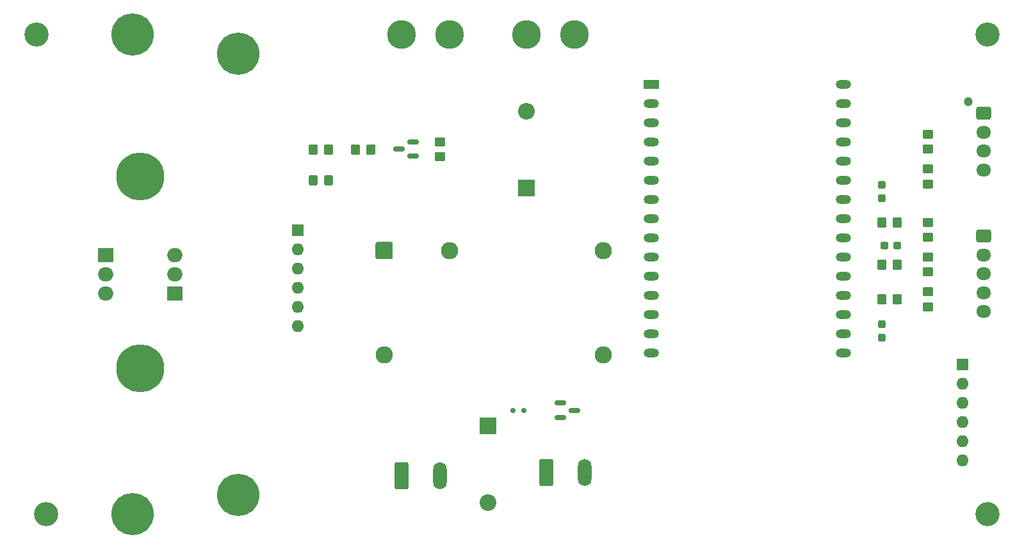
<source format=gbr>
%TF.GenerationSoftware,KiCad,Pcbnew,8.0.8+1*%
%TF.CreationDate,2025-02-28T13:08:23+11:00*%
%TF.ProjectId,mcharger_if,6d636861-7267-4657-925f-69662e6b6963,rev?*%
%TF.SameCoordinates,Original*%
%TF.FileFunction,Soldermask,Top*%
%TF.FilePolarity,Negative*%
%FSLAX46Y46*%
G04 Gerber Fmt 4.6, Leading zero omitted, Abs format (unit mm)*
G04 Created by KiCad (PCBNEW 8.0.8+1) date 2025-02-28 13:08:23*
%MOMM*%
%LPD*%
G01*
G04 APERTURE LIST*
G04 Aperture macros list*
%AMRoundRect*
0 Rectangle with rounded corners*
0 $1 Rounding radius*
0 $2 $3 $4 $5 $6 $7 $8 $9 X,Y pos of 4 corners*
0 Add a 4 corners polygon primitive as box body*
4,1,4,$2,$3,$4,$5,$6,$7,$8,$9,$2,$3,0*
0 Add four circle primitives for the rounded corners*
1,1,$1+$1,$2,$3*
1,1,$1+$1,$4,$5*
1,1,$1+$1,$6,$7*
1,1,$1+$1,$8,$9*
0 Add four rect primitives between the rounded corners*
20,1,$1+$1,$2,$3,$4,$5,0*
20,1,$1+$1,$4,$5,$6,$7,0*
20,1,$1+$1,$6,$7,$8,$9,0*
20,1,$1+$1,$8,$9,$2,$3,0*%
G04 Aperture macros list end*
%ADD10C,3.600000*%
%ADD11C,5.600000*%
%ADD12RoundRect,0.250000X0.350000X0.450000X-0.350000X0.450000X-0.350000X-0.450000X0.350000X-0.450000X0*%
%ADD13R,1.600000X1.600000*%
%ADD14O,1.600000X1.600000*%
%ADD15C,2.600000*%
%ADD16C,3.800000*%
%ADD17RoundRect,0.150000X0.150000X0.200000X-0.150000X0.200000X-0.150000X-0.200000X0.150000X-0.200000X0*%
%ADD18RoundRect,0.250000X-0.450000X0.350000X-0.450000X-0.350000X0.450000X-0.350000X0.450000X0.350000X0*%
%ADD19RoundRect,0.237500X0.237500X-0.300000X0.237500X0.300000X-0.237500X0.300000X-0.237500X-0.300000X0*%
%ADD20RoundRect,0.250000X-0.350000X-0.450000X0.350000X-0.450000X0.350000X0.450000X-0.350000X0.450000X0*%
%ADD21C,3.200000*%
%ADD22RoundRect,0.237500X-0.237500X0.300000X-0.237500X-0.300000X0.237500X-0.300000X0.237500X0.300000X0*%
%ADD23RoundRect,0.250000X0.450000X-0.350000X0.450000X0.350000X-0.450000X0.350000X-0.450000X-0.350000X0*%
%ADD24RoundRect,0.237500X-0.300000X-0.237500X0.300000X-0.237500X0.300000X0.237500X-0.300000X0.237500X0*%
%ADD25R,2.000000X1.905000*%
%ADD26O,2.000000X1.905000*%
%ADD27R,2.200000X2.200000*%
%ADD28O,2.200000X2.200000*%
%ADD29RoundRect,0.250000X-0.893000X0.893000X-0.893000X-0.893000X0.893000X-0.893000X0.893000X0.893000X0*%
%ADD30C,2.286000*%
%ADD31RoundRect,0.250000X-0.650000X-1.550000X0.650000X-1.550000X0.650000X1.550000X-0.650000X1.550000X0*%
%ADD32O,1.800000X3.600000*%
%ADD33RoundRect,0.250000X-0.725000X0.600000X-0.725000X-0.600000X0.725000X-0.600000X0.725000X0.600000X0*%
%ADD34O,1.950000X1.700000*%
%ADD35R,2.000000X1.200000*%
%ADD36O,2.000000X1.200000*%
%ADD37RoundRect,0.150000X-0.587500X-0.150000X0.587500X-0.150000X0.587500X0.150000X-0.587500X0.150000X0*%
%ADD38C,1.200000*%
%ADD39RoundRect,0.250000X-0.325000X-0.450000X0.325000X-0.450000X0.325000X0.450000X-0.325000X0.450000X0*%
%ADD40C,6.350000*%
%ADD41RoundRect,0.150000X0.587500X0.150000X-0.587500X0.150000X-0.587500X-0.150000X0.587500X-0.150000X0*%
G04 APERTURE END LIST*
D10*
%TO.C,VOUT+48V1*%
X64770000Y-124460000D03*
D11*
X64770000Y-124460000D03*
%TD*%
D12*
%TO.C,R2*%
X82280000Y-78740000D03*
X80280000Y-78740000D03*
%TD*%
D13*
%TO.C,U5*%
X72644000Y-89408000D03*
D14*
X72644000Y-91948000D03*
X72644000Y-94488000D03*
X72644000Y-97028000D03*
X72644000Y-99568000D03*
X72644000Y-102108000D03*
%TD*%
D15*
%TO.C,SMPS_VOUT_V12VP1*%
X102870000Y-63500000D03*
D16*
X102870000Y-63500000D03*
%TD*%
D17*
%TO.C,D4*%
X101092000Y-113284000D03*
X102492000Y-113284000D03*
%TD*%
D18*
%TO.C,R3*%
X91440000Y-77740000D03*
X91440000Y-79740000D03*
%TD*%
D19*
%TO.C,C1*%
X149860000Y-85190500D03*
X149860000Y-83465500D03*
%TD*%
D20*
%TO.C,R8*%
X149860000Y-88392000D03*
X151860000Y-88392000D03*
%TD*%
D21*
%TO.C,H3*%
X163830000Y-63500000D03*
%TD*%
D22*
%TO.C,C3*%
X149860000Y-101907000D03*
X149860000Y-103632000D03*
%TD*%
D18*
%TO.C,R6*%
X155956000Y-92964000D03*
X155956000Y-94964000D03*
%TD*%
D23*
%TO.C,R7*%
X155956000Y-90408000D03*
X155956000Y-88408000D03*
%TD*%
D21*
%TO.C,H4*%
X163830000Y-127000000D03*
%TD*%
D24*
%TO.C,C2*%
X150167000Y-91440000D03*
X151892000Y-91440000D03*
%TD*%
D23*
%TO.C,R10*%
X155956000Y-99568000D03*
X155956000Y-97568000D03*
%TD*%
D25*
%TO.C,Q1*%
X56388000Y-97790000D03*
D26*
X56388000Y-95250000D03*
X56388000Y-92710000D03*
%TD*%
D27*
%TO.C,D2*%
X102870000Y-83820000D03*
D28*
X102870000Y-73660000D03*
%TD*%
D10*
%TO.C,VIN-48V1*%
X50800000Y-63500000D03*
D11*
X50800000Y-63500000D03*
%TD*%
D29*
%TO.C,U1*%
X84052000Y-92160000D03*
D30*
X84052000Y-105960000D03*
X113052000Y-105960000D03*
X113052000Y-92160000D03*
X92710000Y-92176600D03*
%TD*%
D25*
%TO.C,Q2*%
X47244000Y-92710000D03*
D26*
X47244000Y-95250000D03*
X47244000Y-97790000D03*
%TD*%
D20*
%TO.C,R11*%
X149860000Y-98552000D03*
X151860000Y-98552000D03*
%TD*%
D31*
%TO.C,J1*%
X86360000Y-121920000D03*
D32*
X91440000Y-121920000D03*
%TD*%
D18*
%TO.C,R4*%
X155956000Y-76708000D03*
X155956000Y-78708000D03*
%TD*%
D15*
%TO.C,SMPS_VINN1*%
X92710000Y-63500000D03*
D16*
X92710000Y-63500000D03*
%TD*%
D13*
%TO.C,U3*%
X160528000Y-107188000D03*
D14*
X160528000Y-109728000D03*
X160528000Y-112268000D03*
X160528000Y-114808000D03*
X160528000Y-117348000D03*
X160528000Y-119888000D03*
%TD*%
D20*
%TO.C,R9*%
X149860000Y-93980000D03*
X151860000Y-93980000D03*
%TD*%
D21*
%TO.C,H1*%
X38100000Y-63500000D03*
%TD*%
D15*
%TO.C,SMPS_VOUT_12VN1*%
X109220000Y-63500000D03*
D16*
X109220000Y-63500000D03*
%TD*%
D23*
%TO.C,R5*%
X155956000Y-83312000D03*
X155956000Y-81312000D03*
%TD*%
D33*
%TO.C,J4*%
X163290000Y-90210000D03*
D34*
X163290000Y-92710000D03*
X163290000Y-95210000D03*
X163290000Y-97710000D03*
X163290000Y-100210000D03*
%TD*%
D35*
%TO.C,U2*%
X119380000Y-70104000D03*
D36*
X119380000Y-72644000D03*
X119380000Y-75184000D03*
X119380000Y-77724000D03*
X119380000Y-80264000D03*
X119380000Y-82804000D03*
X119380000Y-85344000D03*
X119380000Y-87884000D03*
X119380000Y-90424000D03*
X119380000Y-92964000D03*
X119380000Y-95504000D03*
X119380000Y-98044000D03*
X119380000Y-100584000D03*
X119380000Y-103124000D03*
X119380000Y-105664000D03*
X144780000Y-105664000D03*
X144780000Y-103124000D03*
X144780000Y-100584000D03*
X144780000Y-98044000D03*
X144780000Y-95504000D03*
X144780000Y-92964000D03*
X144780000Y-90424000D03*
X144780000Y-87884000D03*
X144780000Y-85344000D03*
X144780000Y-82804000D03*
X144780000Y-80264000D03*
X144780000Y-77724000D03*
X144780000Y-75184000D03*
X144780000Y-72644000D03*
X144780000Y-70104000D03*
%TD*%
D37*
%TO.C,Q4*%
X107345000Y-112334000D03*
X107345000Y-114234000D03*
X109220000Y-113284000D03*
%TD*%
D10*
%TO.C,VOUT-48V3*%
X50800000Y-127000000D03*
D11*
X50800000Y-127000000D03*
%TD*%
D27*
%TO.C,D3*%
X97790000Y-115316000D03*
D28*
X97790000Y-125476000D03*
%TD*%
D20*
%TO.C,R1*%
X74692000Y-78740000D03*
X76692000Y-78740000D03*
%TD*%
D10*
%TO.C,VIN+48V1*%
X64770000Y-66040000D03*
D11*
X64770000Y-66040000D03*
%TD*%
D38*
%TO.C,J3*%
X161290000Y-72390000D03*
D33*
X163290000Y-73990000D03*
D34*
X163290000Y-76490000D03*
X163290000Y-78990000D03*
X163290000Y-81490000D03*
%TD*%
D39*
%TO.C,D1*%
X74676000Y-82804000D03*
X76726000Y-82804000D03*
%TD*%
D40*
%TO.C,U4*%
X51816000Y-82296000D03*
X51816000Y-107696000D03*
%TD*%
D41*
%TO.C,Q3*%
X87884000Y-79624000D03*
X87884000Y-77724000D03*
X86009000Y-78674000D03*
%TD*%
D21*
%TO.C,H2*%
X39370000Y-127000000D03*
%TD*%
D31*
%TO.C,J2*%
X105465000Y-121527500D03*
D32*
X110545000Y-121527500D03*
%TD*%
D15*
%TO.C,SMPS_VINP1*%
X86360000Y-63500000D03*
D16*
X86360000Y-63500000D03*
%TD*%
M02*

</source>
